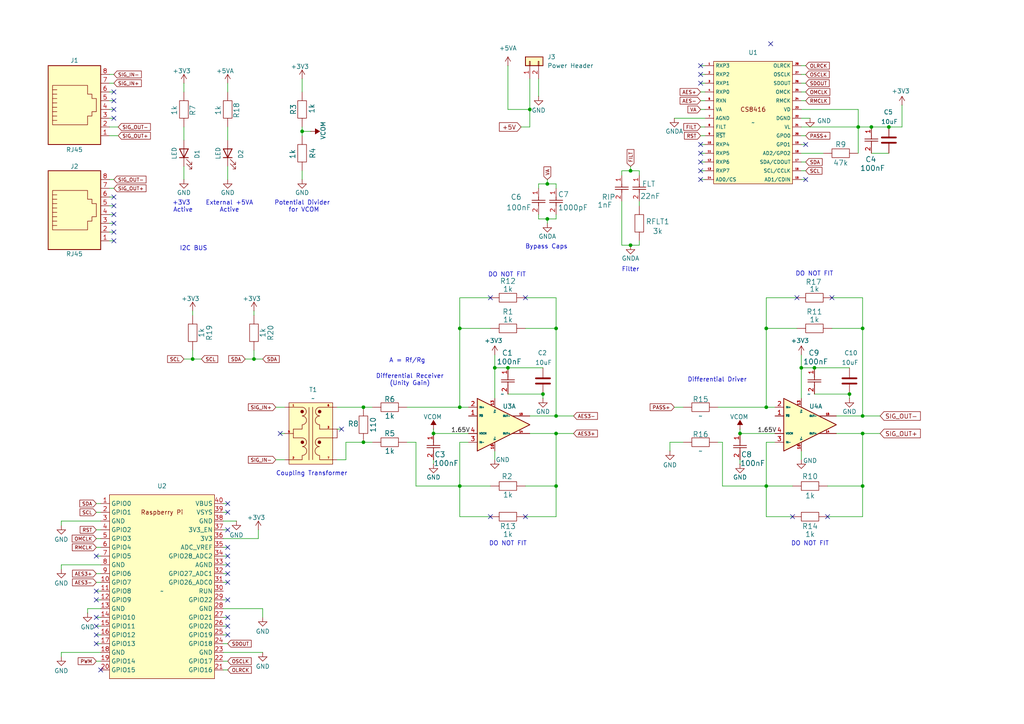
<source format=kicad_sch>
(kicad_sch (version 20231120) (generator "eeschema") (generator_version "8.0")
  (paper "A4")
  (junction (at 250.19 120.65))
  (junction (at 105.41 128.27))
  (junction (at 248.92 36.83))
  (junction (at 222.25 118.11))
  (junction (at 246.38 114.3))
  (junction (at 147.32 106.68))
  (junction (at 250.19 125.73))
  (junction (at 236.22 106.68))
  (junction (at 158.75 63.5))
  (junction (at 161.29 140.97))
  (junction (at 158.75 53.34))
  (junction (at 133.35 95.25))
  (junction (at 250.19 95.25))
  (junction (at 133.35 118.11))
  (junction (at 157.48 114.3))
  (junction (at 250.19 140.97))
  (junction (at 161.29 125.73))
  (junction (at 87.63 38.1))
  (junction (at 232.41 106.68))
  (junction (at 161.29 120.65))
  (junction (at 55.88 104.14))
  (junction (at 182.88 49.53))
  (junction (at 222.25 95.25))
  (junction (at 133.35 140.97))
  (junction (at 214.63 125.73))
  (junction (at 73.66 104.14))
  (junction (at 182.88 71.12))
  (junction (at 153.67 31.75))
  (junction (at 143.51 106.68))
  (junction (at 252.73 36.83))
  (junction (at 222.25 140.97))
  (junction (at 125.73 125.73))
  (junction (at 257.81 36.83))
  (junction (at 105.41 118.11))
  (junction (at 161.29 95.25))
  (no_connect (at 203.2 44.45))
  (no_connect (at 142.24 149.86))
  (no_connect (at 152.4 149.86))
  (no_connect (at 152.4 86.36))
  (no_connect (at 66.04 146.05))
  (no_connect (at 142.24 86.36))
  (no_connect (at 203.2 21.59))
  (no_connect (at 66.04 173.99))
  (no_connect (at 27.94 171.45))
  (no_connect (at 203.2 49.53))
  (no_connect (at 33.02 59.69))
  (no_connect (at 33.02 26.67))
  (no_connect (at 66.04 184.15))
  (no_connect (at 203.2 52.07))
  (no_connect (at 66.04 168.91))
  (no_connect (at 66.04 179.07))
  (no_connect (at 33.02 62.23))
  (no_connect (at 240.03 149.86))
  (no_connect (at 33.02 69.85))
  (no_connect (at 27.94 173.99))
  (no_connect (at 203.2 46.99))
  (no_connect (at 27.94 186.69))
  (no_connect (at 33.02 64.77))
  (no_connect (at 66.04 166.37))
  (no_connect (at 203.2 41.91))
  (no_connect (at 203.2 19.05))
  (no_connect (at 223.52 12.7))
  (no_connect (at 33.02 31.75))
  (no_connect (at 233.68 41.91))
  (no_connect (at 27.94 184.15))
  (no_connect (at 27.94 181.61))
  (no_connect (at 229.87 149.86))
  (no_connect (at 29.21 194.31))
  (no_connect (at 33.02 34.29))
  (no_connect (at 27.94 179.07))
  (no_connect (at 33.02 29.21))
  (no_connect (at 233.68 52.07))
  (no_connect (at 66.04 158.75))
  (no_connect (at 66.04 161.29))
  (no_connect (at 66.04 148.59))
  (no_connect (at 81.28 125.73))
  (no_connect (at 27.94 161.29))
  (no_connect (at 231.14 86.36))
  (no_connect (at 66.04 181.61))
  (no_connect (at 66.04 153.67))
  (no_connect (at 241.3 86.36))
  (no_connect (at 33.02 57.15))
  (no_connect (at 66.04 163.83))
  (no_connect (at 99.06 124.46))
  (no_connect (at 203.2 24.13))
  (no_connect (at 33.02 67.31))
  (wire (pts (xy 233.68 39.37) (xy 232.41 39.37)))
  (wire (pts (xy 209.55 128.27) (xy 209.55 140.97)))
  (wire (pts (xy 203.2 36.83) (xy 204.47 36.83)))
  (wire (pts (xy 105.41 128.27) (xy 107.95 128.27)))
  (wire (pts (xy 250.19 125.73) (xy 255.27 125.73)))
  (wire (pts (xy 17.78 190.5) (xy 17.78 189.23)))
  (wire (pts (xy 143.51 106.68) (xy 147.32 106.68)))
  (wire (pts (xy 31.75 39.37) (xy 34.29 39.37)))
  (wire (pts (xy 232.41 29.21) (xy 233.68 29.21)))
  (wire (pts (xy 73.66 104.14) (xy 76.2 104.14)))
  (wire (pts (xy 97.79 118.11) (xy 105.41 118.11)))
  (wire (pts (xy 203.2 46.99) (xy 204.47 46.99)))
  (wire (pts (xy 152.4 140.97) (xy 161.29 140.97)))
  (wire (pts (xy 214.63 125.73) (xy 224.79 125.73)))
  (wire (pts (xy 161.29 140.97) (xy 161.29 125.73)))
  (wire (pts (xy 133.35 140.97) (xy 142.24 140.97)))
  (wire (pts (xy 66.04 181.61) (xy 64.77 181.61)))
  (wire (pts (xy 66.04 184.15) (xy 64.77 184.15)))
  (wire (pts (xy 248.92 36.83) (xy 252.73 36.83)))
  (wire (pts (xy 161.29 54.61) (xy 161.29 53.34)))
  (wire (pts (xy 233.68 19.05) (xy 232.41 19.05)))
  (wire (pts (xy 31.75 67.31) (xy 33.02 67.31)))
  (wire (pts (xy 33.02 21.59) (xy 31.75 21.59)))
  (wire (pts (xy 64.77 156.21) (xy 74.93 156.21)))
  (wire (pts (xy 238.76 44.45) (xy 232.41 44.45)))
  (wire (pts (xy 142.24 149.86) (xy 133.35 149.86)))
  (wire (pts (xy 147.32 114.3) (xy 157.48 114.3)))
  (wire (pts (xy 224.79 128.27) (xy 222.25 128.27)))
  (wire (pts (xy 99.06 124.46) (xy 97.79 124.46)))
  (wire (pts (xy 161.29 53.34) (xy 158.75 53.34)))
  (wire (pts (xy 153.67 36.83) (xy 153.67 31.75)))
  (wire (pts (xy 66.04 148.59) (xy 64.77 148.59)))
  (wire (pts (xy 100.33 128.27) (xy 105.41 128.27)))
  (wire (pts (xy 143.51 130.81) (xy 143.51 133.35)))
  (wire (pts (xy 233.68 21.59) (xy 232.41 21.59)))
  (wire (pts (xy 143.51 115.57) (xy 143.51 106.68)))
  (wire (pts (xy 185.42 59.69) (xy 185.42 58.42)))
  (wire (pts (xy 133.35 128.27) (xy 133.35 140.97)))
  (wire (pts (xy 203.2 44.45) (xy 204.47 44.45)))
  (wire (pts (xy 27.94 156.21) (xy 29.21 156.21)))
  (wire (pts (xy 27.94 191.77) (xy 29.21 191.77)))
  (wire (pts (xy 158.75 63.5) (xy 156.21 63.5)))
  (wire (pts (xy 33.02 52.07) (xy 31.75 52.07)))
  (wire (pts (xy 53.34 104.14) (xy 55.88 104.14)))
  (wire (pts (xy 222.25 149.86) (xy 222.25 140.97)))
  (wire (pts (xy 180.34 58.42) (xy 180.34 71.12)))
  (wire (pts (xy 233.68 41.91) (xy 232.41 41.91)))
  (wire (pts (xy 161.29 63.5) (xy 158.75 63.5)))
  (wire (pts (xy 33.02 31.75) (xy 31.75 31.75)))
  (wire (pts (xy 53.34 24.13) (xy 53.34 26.67)))
  (wire (pts (xy 125.73 125.73) (xy 135.89 125.73)))
  (wire (pts (xy 73.66 90.17) (xy 73.66 91.44)))
  (wire (pts (xy 153.67 125.73) (xy 161.29 125.73)))
  (wire (pts (xy 222.25 95.25) (xy 231.14 95.25)))
  (wire (pts (xy 31.75 24.13) (xy 33.02 24.13)))
  (wire (pts (xy 208.28 118.11) (xy 222.25 118.11)))
  (wire (pts (xy 33.02 57.15) (xy 31.75 57.15)))
  (wire (pts (xy 232.41 26.67) (xy 233.68 26.67)))
  (wire (pts (xy 153.67 120.65) (xy 161.29 120.65)))
  (wire (pts (xy 241.3 86.36) (xy 250.19 86.36)))
  (wire (pts (xy 242.57 120.65) (xy 250.19 120.65)))
  (wire (pts (xy 53.34 36.83) (xy 53.34 40.64)))
  (wire (pts (xy 27.94 148.59) (xy 29.21 148.59)))
  (wire (pts (xy 161.29 125.73) (xy 166.37 125.73)))
  (wire (pts (xy 66.04 191.77) (xy 64.77 191.77)))
  (wire (pts (xy 33.02 59.69) (xy 31.75 59.69)))
  (wire (pts (xy 27.94 181.61) (xy 29.21 181.61)))
  (wire (pts (xy 66.04 173.99) (xy 64.77 173.99)))
  (wire (pts (xy 156.21 62.23) (xy 156.21 63.5)))
  (wire (pts (xy 125.73 124.46) (xy 125.73 125.73)))
  (wire (pts (xy 87.63 38.1) (xy 90.17 38.1)))
  (wire (pts (xy 236.22 114.3) (xy 246.38 114.3)))
  (wire (pts (xy 33.02 54.61) (xy 31.75 54.61)))
  (wire (pts (xy 66.04 179.07) (xy 64.77 179.07)))
  (wire (pts (xy 27.94 166.37) (xy 29.21 166.37)))
  (wire (pts (xy 252.73 36.83) (xy 257.81 36.83)))
  (wire (pts (xy 27.94 153.67) (xy 29.21 153.67)))
  (wire (pts (xy 203.2 31.75) (xy 204.47 31.75)))
  (wire (pts (xy 250.19 149.86) (xy 250.19 140.97)))
  (wire (pts (xy 73.66 104.14) (xy 71.12 104.14)))
  (wire (pts (xy 33.02 26.67) (xy 31.75 26.67)))
  (wire (pts (xy 185.42 69.85) (xy 185.42 71.12)))
  (wire (pts (xy 161.29 149.86) (xy 161.29 140.97)))
  (wire (pts (xy 133.35 95.25) (xy 142.24 95.25)))
  (wire (pts (xy 194.31 128.27) (xy 194.31 130.81)))
  (wire (pts (xy 250.19 86.36) (xy 250.19 95.25)))
  (wire (pts (xy 203.2 41.91) (xy 204.47 41.91)))
  (wire (pts (xy 55.88 91.44) (xy 55.88 90.17)))
  (wire (pts (xy 233.68 46.99) (xy 232.41 46.99)))
  (wire (pts (xy 209.55 140.97) (xy 222.25 140.97)))
  (wire (pts (xy 33.02 64.77) (xy 31.75 64.77)))
  (wire (pts (xy 180.34 49.53) (xy 180.34 50.8)))
  (wire (pts (xy 152.4 86.36) (xy 161.29 86.36)))
  (wire (pts (xy 143.51 102.87) (xy 143.51 106.68)))
  (wire (pts (xy 158.75 53.34) (xy 156.21 53.34)))
  (wire (pts (xy 29.21 163.83) (xy 17.78 163.83)))
  (wire (pts (xy 17.78 163.83) (xy 17.78 165.1)))
  (wire (pts (xy 55.88 104.14) (xy 58.42 104.14)))
  (wire (pts (xy 157.48 114.3) (xy 157.48 115.57)))
  (wire (pts (xy 27.94 161.29) (xy 29.21 161.29)))
  (wire (pts (xy 31.75 36.83) (xy 34.29 36.83)))
  (wire (pts (xy 100.33 133.35) (xy 100.33 128.27)))
  (wire (pts (xy 27.94 168.91) (xy 29.21 168.91)))
  (wire (pts (xy 156.21 22.86) (xy 156.21 27.94)))
  (wire (pts (xy 232.41 115.57) (xy 232.41 106.68)))
  (wire (pts (xy 53.34 52.07) (xy 53.34 48.26)))
  (wire (pts (xy 214.63 124.46) (xy 214.63 125.73)))
  (wire (pts (xy 66.04 24.13) (xy 66.04 26.67)))
  (wire (pts (xy 161.29 120.65) (xy 166.37 120.65)))
  (wire (pts (xy 246.38 114.3) (xy 246.38 115.57)))
  (wire (pts (xy 125.73 133.35) (xy 125.73 134.62)))
  (wire (pts (xy 153.67 31.75) (xy 153.67 22.86)))
  (wire (pts (xy 231.14 86.36) (xy 222.25 86.36)))
  (wire (pts (xy 66.04 161.29) (xy 64.77 161.29)))
  (wire (pts (xy 161.29 62.23) (xy 161.29 63.5)))
  (wire (pts (xy 185.42 50.8) (xy 185.42 49.53)))
  (wire (pts (xy 135.89 128.27) (xy 133.35 128.27)))
  (wire (pts (xy 17.78 151.13) (xy 29.21 151.13)))
  (wire (pts (xy 195.58 118.11) (xy 198.12 118.11)))
  (wire (pts (xy 214.63 133.35) (xy 214.63 134.62)))
  (wire (pts (xy 161.29 95.25) (xy 161.29 120.65)))
  (wire (pts (xy 73.66 101.6) (xy 73.66 104.14)))
  (wire (pts (xy 80.01 118.11) (xy 82.55 118.11)))
  (wire (pts (xy 252.73 44.45) (xy 257.81 44.45)))
  (wire (pts (xy 27.94 158.75) (xy 29.21 158.75)))
  (wire (pts (xy 240.03 149.86) (xy 250.19 149.86)))
  (wire (pts (xy 33.02 29.21) (xy 31.75 29.21)))
  (wire (pts (xy 66.04 36.83) (xy 66.04 40.64)))
  (wire (pts (xy 33.02 62.23) (xy 31.75 62.23)))
  (wire (pts (xy 240.03 140.97) (xy 250.19 140.97)))
  (wire (pts (xy 147.32 31.75) (xy 147.32 19.05)))
  (wire (pts (xy 66.04 166.37) (xy 64.77 166.37)))
  (wire (pts (xy 222.25 118.11) (xy 222.25 95.25)))
  (wire (pts (xy 147.32 106.68) (xy 157.48 106.68)))
  (wire (pts (xy 208.28 128.27) (xy 209.55 128.27)))
  (wire (pts (xy 120.65 140.97) (xy 133.35 140.97)))
  (wire (pts (xy 232.41 106.68) (xy 236.22 106.68)))
  (wire (pts (xy 66.04 163.83) (xy 64.77 163.83)))
  (wire (pts (xy 64.77 189.23) (xy 76.2 189.23)))
  (wire (pts (xy 250.19 140.97) (xy 250.19 125.73)))
  (wire (pts (xy 257.81 36.83) (xy 261.62 36.83)))
  (wire (pts (xy 232.41 34.29) (xy 234.95 34.29)))
  (wire (pts (xy 248.92 36.83) (xy 248.92 44.45)))
  (wire (pts (xy 81.28 125.73) (xy 82.55 125.73)))
  (wire (pts (xy 27.94 184.15) (xy 29.21 184.15)))
  (wire (pts (xy 203.2 24.13) (xy 204.47 24.13)))
  (wire (pts (xy 66.04 186.69) (xy 64.77 186.69)))
  (wire (pts (xy 232.41 36.83) (xy 248.92 36.83)))
  (wire (pts (xy 194.31 128.27) (xy 198.12 128.27)))
  (wire (pts (xy 180.34 49.53) (xy 182.88 49.53)))
  (wire (pts (xy 158.75 63.5) (xy 158.75 64.77)))
  (wire (pts (xy 161.29 86.36) (xy 161.29 95.25)))
  (wire (pts (xy 203.2 19.05) (xy 204.47 19.05)))
  (wire (pts (xy 76.2 176.53) (xy 76.2 179.07)))
  (wire (pts (xy 25.4 176.53) (xy 25.4 177.8)))
  (wire (pts (xy 27.94 146.05) (xy 29.21 146.05)))
  (wire (pts (xy 55.88 101.6) (xy 55.88 104.14)))
  (wire (pts (xy 203.2 26.67) (xy 204.47 26.67)))
  (wire (pts (xy 236.22 106.68) (xy 246.38 106.68)))
  (wire (pts (xy 224.79 118.11) (xy 222.25 118.11)))
  (wire (pts (xy 31.75 69.85) (xy 33.02 69.85)))
  (wire (pts (xy 182.88 48.26) (xy 182.88 49.53)))
  (wire (pts (xy 153.67 31.75) (xy 147.32 31.75)))
  (wire (pts (xy 135.89 118.11) (xy 133.35 118.11)))
  (wire (pts (xy 118.11 118.11) (xy 133.35 118.11)))
  (wire (pts (xy 29.21 176.53) (xy 25.4 176.53)))
  (wire (pts (xy 68.58 151.13) (xy 64.77 151.13)))
  (wire (pts (xy 27.94 186.69) (xy 29.21 186.69)))
  (wire (pts (xy 250.19 120.65) (xy 255.27 120.65)))
  (wire (pts (xy 120.65 128.27) (xy 120.65 140.97)))
  (wire (pts (xy 222.25 140.97) (xy 229.87 140.97)))
  (wire (pts (xy 66.04 52.07) (xy 66.04 48.26)))
  (wire (pts (xy 229.87 149.86) (xy 222.25 149.86)))
  (wire (pts (xy 233.68 52.07) (xy 232.41 52.07)))
  (wire (pts (xy 17.78 152.4) (xy 17.78 151.13)))
  (wire (pts (xy 66.04 158.75) (xy 64.77 158.75)))
  (wire (pts (xy 17.78 189.23) (xy 29.21 189.23)))
  (wire (pts (xy 158.75 52.07) (xy 158.75 53.34)))
  (wire (pts (xy 152.4 149.86) (xy 161.29 149.86)))
  (wire (pts (xy 66.04 146.05) (xy 64.77 146.05)))
  (wire (pts (xy 203.2 29.21) (xy 204.47 29.21)))
  (wire (pts (xy 222.25 128.27) (xy 222.25 140.97)))
  (wire (pts (xy 232.41 31.75) (xy 248.92 31.75)))
  (wire (pts (xy 180.34 71.12) (xy 182.88 71.12)))
  (wire (pts (xy 195.58 34.29) (xy 204.47 34.29)))
  (wire (pts (xy 233.68 49.53) (xy 232.41 49.53)))
  (wire (pts (xy 64.77 176.53) (xy 76.2 176.53)))
  (wire (pts (xy 87.63 38.1) (xy 87.63 39.37)))
  (wire (pts (xy 66.04 194.31) (xy 64.77 194.31)))
  (wire (pts (xy 242.57 125.73) (xy 250.19 125.73)))
  (wire (pts (xy 27.94 171.45) (xy 29.21 171.45)))
  (wire (pts (xy 133.35 86.36) (xy 133.35 95.25)))
  (wire (pts (xy 203.2 49.53) (xy 204.47 49.53)))
  (wire (pts (xy 87.63 49.53) (xy 87.63 52.07)))
  (wire (pts (xy 133.35 118.11) (xy 133.35 95.25)))
  (wire (pts (xy 203.2 39.37) (xy 204.47 39.37)))
  (wire (pts (xy 80.01 133.35) (xy 82.55 133.35)))
  (wire (pts (xy 87.63 26.67) (xy 87.63 22.86)))
  (wire (pts (xy 66.04 153.67) (xy 64.77 153.67)))
  (wire (pts (xy 74.93 156.21) (xy 74.93 153.67)))
  (wire (pts (xy 248.92 31.75) (xy 248.92 36.83)))
  (wire (pts (xy 233.68 24.13) (xy 232.41 24.13)))
  (wire (pts (xy 222.25 86.36) (xy 222.25 95.25)))
  (wire (pts (xy 105.41 118.11) (xy 107.95 118.11)))
  (wire (pts (xy 241.3 95.25) (xy 250.19 95.25)))
  (wire (pts (xy 203.2 21.59) (xy 204.47 21.59)))
  (wire (pts (xy 33.02 34.29) (xy 31.75 34.29)))
  (wire (pts (xy 232.41 102.87) (xy 232.41 106.68)))
  (wire (pts (xy 232.41 130.81) (xy 232.41 133.35)))
  (wire (pts (xy 133.35 149.86) (xy 133.35 140.97)))
  (wire (pts (xy 156.21 53.34) (xy 156.21 54.61)))
  (wire (pts (xy 152.4 95.25) (xy 161.29 95.25)))
  (wire (pts (xy 261.62 30.48) (xy 261.62 36.83)))
  (wire (pts (xy 87.63 36.83) (xy 87.63 38.1)))
  (wire (pts (xy 27.94 173.99) (xy 29.21 173.99)))
  (wire (pts (xy 142.24 86.36) (xy 133.35 86.36)))
  (wire (pts (xy 97.79 133.35) (xy 100.33 133.35)))
  (wire (pts (xy 250.19 95.25) (xy 250.19 120.65)))
  (wire (pts (xy 151.13 36.83) (xy 153.67 36.83)))
  (wire (pts (xy 182.88 49.53) (xy 185.42 49.53)))
  (wire (pts (xy 118.11 128.27) (xy 120.65 128.27)))
  (wire (pts (xy 185.42 71.12) (xy 182.88 71.12)))
  (wire (pts (xy 27.94 179.07) (xy 29.21 179.07)))
  (wire (pts (xy 203.2 52.07) (xy 204.47 52.07)))
  (wire (pts (xy 66.04 168.91) (xy 64.77 168.91)))
  (text "Differential Driver" (at 208.026 110.236 0) (effects (font (size 1.27 1.27))))
  (text "Differential Receiver\n(Unity Gain)" (at 118.872 110.236 0) (effects (font (size 1.27 1.27))))
  (text "Coupling Transformer" (at 90.424 137.414 0) (effects (font (size 1.27 1.27))))
  (text "Potential Divider \nfor VCOM\n" (at 88.138 59.944 0) (effects (font (size 1.27 1.27))))
  (text "DO NOT FIT\n" (at 147.32 157.734 0) (effects (font (size 1.27 1.27))))
  (text "DO NOT FIT\n" (at 236.22 79.502 0) (effects (font (size 1.27 1.27))))
  (text "DO NOT FIT\n" (at 147.066 79.756 0) (effects (font (size 1.27 1.27))))
  (text "External +5VA\nActive\n" (at 66.548 59.944 0) (effects (font (size 1.27 1.27))))
  (text "DO NOT FIT\n" (at 234.95 157.734 0) (effects (font (size 1.27 1.27))))
  (text "Filter\n" (at 182.88 78.232 0) (effects (font (size 1.27 1.27))))
  (text "A = Rf/Rg\n" (at 118.11 104.648 0) (effects (font (size 1.27 1.27))))
  (text "I2C BUS\n" (at 56.134 72.136 0) (effects (font (size 1.27 1.27))))
  (text "Bypass Caps" (at 158.496 71.628 0) (effects (font (size 1.27 1.27))))
  (text "+3V3 \nActive\n" (at 53.086 59.944 0) (effects (font (size 1.27 1.27))))
  (label "1.65V" (at 130.81 125.73 0))
  (label "1.65V" (at 219.71 125.73 0))
  (global_label "SCL" (shape input) (at 58.42 104.14 0) (effects (font (size 1.016 1.016))) (property "Intersheetrefs" "${INTERSHEET_REFS}" (effects (hide yes))))
  (global_label "AES3-" (shape input) (at 166.37 120.65 0) (effects (font (size 1.016 1.016))) (property "Intersheetrefs" "${INTERSHEET_REFS}" (effects (hide yes))))
  (global_label "PWM" (shape input) (at 27.94 191.77 180) (effects (font (size 1.016 1.016))) (property "Intersheetrefs" "${INTERSHEET_REFS}" (effects (hide yes))))
  (global_label "OMCLK" (shape input) (at 27.94 156.21 180) (effects (font (size 1.016 1.016))) (property "Intersheetrefs" "${INTERSHEET_REFS}" (effects (hide yes))))
  (global_label "RST" (shape input) (at 27.94 153.67 180) (effects (font (size 1.016 1.016))) (property "Intersheetrefs" "${INTERSHEET_REFS}" (effects (hide yes))))
  (global_label "SIG_OUT-" (shape input) (at 34.29 36.83 0) (effects (font (size 1.016 1.016))) (property "Intersheetrefs" "${INTERSHEET_REFS}" (effects (hide yes))))
  (global_label "RST" (shape input) (at 203.2 39.37 180) (effects (font (size 1.016 1.016))) (property "Intersheetrefs" "${INTERSHEET_REFS}" (effects (hide yes))))
  (global_label "SIG_IN+" (shape input) (at 80.01 118.11 180) (effects (font (size 1.016 1.016))) (property "Intersheetrefs" "${INTERSHEET_REFS}" (effects (hide yes))))
  (global_label "OMCLK" (shape input) (at 233.68 26.67 0) (effects (font (size 1.016 1.016))) (property "Intersheetrefs" "${INTERSHEET_REFS}" (effects (hide yes))))
  (global_label "AES3+" (shape input) (at 166.37 125.73 0) (effects (font (size 1.016 1.016))) (property "Intersheetrefs" "${INTERSHEET_REFS}" (effects (hide yes))))
  (global_label "SDA" (shape input) (at 71.12 104.14 180) (effects (font (size 1.016 1.016))) (property "Intersheetrefs" "${INTERSHEET_REFS}" (effects (hide yes))))
  (global_label "SDOUT" (shape input) (at 66.04 186.69 0) (effects (font (size 1.016 1.016))) (property "Intersheetrefs" "${INTERSHEET_REFS}" (effects (hide yes))))
  (global_label "AES3-" (shape input) (at 27.94 168.91 180) (effects (font (size 1.016 1.016))) (property "Intersheetrefs" "${INTERSHEET_REFS}" (effects (hide yes))))
  (global_label "SIG_IN+" (shape input) (at 33.02 24.13 0) (effects (font (size 1.016 1.016))) (property "Intersheetrefs" "${INTERSHEET_REFS}" (effects (hide yes))))
  (global_label "AES3+" (shape input) (at 27.94 166.37 180) (effects (font (size 1.016 1.016))) (property "Intersheetrefs" "${INTERSHEET_REFS}" (effects (hide yes))))
  (global_label "AES+" (shape input) (at 203.2 26.67 180) (effects (font (size 1.016 1.016))) (property "Intersheetrefs" "${INTERSHEET_REFS}" (effects (hide yes))))
  (global_label "SDA" (shape input) (at 27.94 146.05 180) (effects (font (size 1.016 1.016))) (property "Intersheetrefs" "${INTERSHEET_REFS}" (effects (hide yes))))
  (global_label "SIG_OUT+" (shape input) (at 33.02 54.61 0) (effects (font (size 1.016 1.016))) (property "Intersheetrefs" "${INTERSHEET_REFS}" (effects (hide yes))))
  (global_label "FILT" (shape input) (at 203.2 36.83 180) (effects (font (size 1.016 1.016))) (property "Intersheetrefs" "${INTERSHEET_REFS}" (effects (hide yes))))
  (global_label "PASS+" (shape input) (at 195.58 118.11 180) (effects (font (size 1.016 1.016))) (property "Intersheetrefs" "${INTERSHEET_REFS}" (effects (hide yes))))
  (global_label "SCL" (shape input) (at 53.34 104.14 180) (effects (font (size 1.016 1.016))) (property "Intersheetrefs" "${INTERSHEET_REFS}" (effects (hide yes))))
  (global_label "SDOUT" (shape input) (at 233.68 24.13 0) (effects (font (size 1.016 1.016))) (property "Intersheetrefs" "${INTERSHEET_REFS}" (effects (hide yes))))
  (global_label "SIG_IN-" (shape input) (at 80.01 133.35 180) (effects (font (size 1.016 1.016))) (property "Intersheetrefs" "${INTERSHEET_REFS}" (effects (hide yes))))
  (global_label "PASS+" (shape input) (at 233.68 39.37 0) (effects (font (size 1.016 1.016))) (property "Intersheetrefs" "${INTERSHEET_REFS}" (effects (hide yes))))
  (global_label "SIG_OUT+" (shape input) (at 34.29 39.37 0) (effects (font (size 1.016 1.016))) (property "Intersheetrefs" "${INTERSHEET_REFS}" (effects (hide yes))))
  (global_label "OSCLK" (shape input) (at 66.04 191.77 0) (effects (font (size 1.016 1.016))) (property "Intersheetrefs" "${INTERSHEET_REFS}" (effects (hide yes))))
  (global_label "OLRCK" (shape input) (at 66.04 194.31 0) (effects (font (size 1.016 1.016))) (property "Intersheetrefs" "${INTERSHEET_REFS}" (effects (hide yes))))
  (global_label "OLRCK" (shape input) (at 233.68 19.05 0) (effects (font (size 1.016 1.016))) (property "Intersheetrefs" "${INTERSHEET_REFS}" (effects (hide yes))))
  (global_label "SCL" (shape input) (at 27.94 148.59 180) (effects (font (size 1.016 1.016))) (property "Intersheetrefs" "${INTERSHEET_REFS}" (effects (hide yes))))
  (global_label "FILT" (shape input) (at 182.88 48.26 90) (effects (font (size 1.016 1.016))) (property "Intersheetrefs" "${INTERSHEET_REFS}" (effects (hide yes))))
  (global_label "SIG_IN-" (shape input) (at 33.02 21.59 0) (effects (font (size 1.016 1.016))) (property "Intersheetrefs" "${INTERSHEET_REFS}" (effects (hide yes))))
  (global_label "VA" (shape input) (at 158.75 52.07 90) (effects (font (size 1.016 1.016))) (property "Intersheetrefs" "${INTERSHEET_REFS}" (effects (hide yes))))
  (global_label "+5V" (shape input) (at 151.13 36.83 180) (property "Intersheetrefs" "${INTERSHEET_REFS}" (effects (hide yes))))
  (global_label "SIG_OUT-" (shape input) (at 33.02 52.07 0) (effects (font (size 1.016 1.016))) (property "Intersheetrefs" "${INTERSHEET_REFS}" (effects (hide yes))))
  (global_label "VA" (shape input) (at 203.2 31.75 180) (effects (font (size 1.016 1.016))) (property "Intersheetrefs" "${INTERSHEET_REFS}" (effects (hide yes))))
  (global_label "OSCLK" (shape input) (at 233.68 21.59 0) (effects (font (size 1.016 1.016))) (property "Intersheetrefs" "${INTERSHEET_REFS}" (effects (hide yes))))
  (global_label "SDA" (shape input) (at 76.2 104.14 0) (effects (font (size 1.016 1.016))) (property "Intersheetrefs" "${INTERSHEET_REFS}" (effects (hide yes))))
  (global_label "SCL" (shape input) (at 233.68 49.53 0) (effects (font (size 1.016 1.016))) (property "Intersheetrefs" "${INTERSHEET_REFS}" (effects (hide yes))))
  (global_label "AES-" (shape input) (at 203.2 29.21 180) (effects (font (size 1.016 1.016))) (property "Intersheetrefs" "${INTERSHEET_REFS}" (effects (hide yes))))
  (global_label "SIG_OUT+" (shape input) (at 255.27 125.73 0) (property "Intersheetrefs" "${INTERSHEET_REFS}" (effects (hide yes))))
  (global_label "RMCLK" (shape input) (at 233.68 29.21 0) (effects (font (size 1.016 1.016))) (property "Intersheetrefs" "${INTERSHEET_REFS}" (effects (hide yes))))
  (global_label "SIG_OUT-" (shape input) (at 255.27 120.65 0) (property "Intersheetrefs" "${INTERSHEET_REFS}" (effects (hide yes))))
  (global_label "SDA" (shape input) (at 233.68 46.99 0) (effects (font (size 1.016 1.016))) (property "Intersheetrefs" "${INTERSHEET_REFS}" (effects (hide yes))))
  (global_label "RMCLK" (shape input) (at 27.94 158.75 180) (effects (font (size 1.016 1.016))) (property "Intersheetrefs" "${INTERSHEET_REFS}" (effects (hide yes))))
  (symbol (lib_id "power:GND") (at 76.2 179.07 0) (unit 1)
    (property "Reference" "#PWR014" (effects (hide yes)))
    (property "Value" "GND" (at 76.2 183.134 0))
    (property "Description" "Power symbol creates a global label with name \"GND\" , ground" (effects (hide yes)))
  )
  (symbol (lib_name "491_Symbols:RES_1k_805_PAN") (lib_id "491_Symbols:RES_1k_805_PAN") (at 73.66 91.44 270) (unit 1)
    (property "Reference" "R20" (at 78.486 96.52 0) (effects (font (size 1.524 1.524))))
    (property "Value" "1k" (at 76.2 96.52 0) (effects (font (size 1.524 1.524))))
    (property "Footprint" "491_Footprints:RES_1k_805_PAN" (effects (hide yes)))
    (property "Datasheet" "ERJ-2RKF1001X" (effects (hide yes)))
  )
  (symbol (lib_id "power:GND") (at 66.04 52.07 0) (unit 1)
    (property "Reference" "#PWR023" (effects (hide yes)))
    (property "Value" "GND" (at 66.04 55.88 0))
    (property "Description" "Power symbol creates a global label with name \"GND\" , ground" (effects (hide yes)))
  )
  (symbol (lib_id "power:+3V3") (at 53.34 24.13 0) (unit 1)
    (property "Reference" "MCU_PWR03" (effects (hide yes)))
    (property "Value" "+3V3" (at 50.038 20.574 0) (effects (justify left)))
    (property "Description" "Power symbol creates a global label with name \"+3V3\"" (effects (hide yes)))
  )
  (symbol (lib_id "491_Symbols:RES_1k_805_PAN") (at 87.63 39.37 270) (unit 1)
    (property "Reference" "R4" (at 90.678 44.45 0) (effects (font (size 1.524 1.524))))
    (property "Value" "1k" (at 84.836 44.704 0) (effects (font (size 1.524 1.524))))
    (property "Footprint" "491_Footprints:RES_1k_805_PAN" (effects (hide yes)))
    (property "Datasheet" "ERJ-2RKF1001X" (effects (hide yes)))
  )
  (symbol (lib_id "491_Symbols:RES_1k_805_PAN") (at 53.34 26.67 270) (unit 1)
    (property "Reference" "R7" (at 55.88 32.004 0) (effects (font (size 1.524 1.524))))
    (property "Value" "1k" (at 50.546 32.004 0) (effects (font (size 1.524 1.524))))
    (property "Footprint" "491_Footprints:RES_1k_805_PAN" (effects (hide yes)))
    (property "Datasheet" "ERJ-2RKF1001X" (effects (hide yes)))
  )
  (symbol (lib_name "491_Symbols:RES_1k_805_PAN") (lib_id "491_Symbols:RES_1k_805_PAN") (at 198.12 118.11 0) (unit 1)
    (property "Reference" "R15" (at 203.2 115.824 0) (effects (font (size 1.524 1.524))))
    (property "Value" "~" (at 203.2 120.65 0) (effects (font (size 1.524 1.524))))
    (property "Footprint" "491_Footprints:RES_1k_805_PAN" (effects (hide yes)))
    (property "Datasheet" "ERJ-2RKF1001X" (effects (hide yes)))
  )
  (symbol (lib_name "491_Symbols:RES_1k_805_PAN") (lib_id "491_Symbols:RES_1k_805_PAN") (at 229.87 140.97 0) (unit 1)
    (property "Reference" "R10" (at 234.95 138.176 0) (effects (font (size 1.524 1.524))))
    (property "Value" "1k" (at 234.95 143.764 0) (effects (font (size 1.524 1.524))))
    (property "Footprint" "491_Footprints:RES_1k_805_PAN" (effects (hide yes)))
    (property "Datasheet" "ERJ-2RKF1001X" (effects (hide yes)))
  )
  (symbol (lib_id "491_Symbols:RES_1k_805_PAN") (at 142.24 149.86 0) (unit 1)
    (property "Reference" "R13" (at 147.32 152.654 0) (effects (font (size 1.524 1.524))))
    (property "Value" "1k" (at 147.32 154.94 0) (effects (font (size 1.524 1.524))))
    (property "Footprint" "491_Footprints:RES_1k_805_PAN" (effects (hide yes)))
    (property "Datasheet" "ERJ-2RKF1001X" (effects (hide yes)))
  )
  (symbol (lib_id "power:GND") (at 156.21 27.94 0) (unit 1)
    (property "Reference" "#PWR025" (effects (hide yes)))
    (property "Value" "GND" (at 156.21 32.004 0))
    (property "Description" "Power symbol creates a global label with name \"GND\" , ground" (effects (hide yes)))
  )
  (symbol (lib_name "491_Symbols:RES_1k_805_PAN") (lib_id "491_Symbols:RES_1k_805_PAN") (at 198.12 128.27 0) (unit 1)
    (property "Reference" "R16" (at 203.2 125.984 0) (effects (font (size 1.524 1.524))))
    (property "Value" "~" (at 203.2 130.81 0) (effects (font (size 1.524 1.524))))
    (property "Footprint" "491_Footprints:RES_1k_805_PAN" (effects (hide yes)))
    (property "Datasheet" "ERJ-2RKF1001X" (effects (hide yes)))
  )
  (symbol (lib_id "power:GND") (at 17.78 190.5 0) (unit 1)
    (property "Reference" "#PWR011" (effects (hide yes)))
    (property "Value" "GND" (at 17.78 194.564 0))
    (property "Description" "Power symbol creates a global label with name \"GND\" , ground" (effects (hide yes)))
  )
  (symbol (lib_id "491_Symbols:RES_1k_805_PAN") (at 142.24 95.25 0) (unit 1)
    (property "Reference" "R1" (at 147.32 90.424 0) (effects (font (size 1.524 1.524))))
    (property "Value" "1k" (at 147.32 92.71 0) (effects (font (size 1.524 1.524))))
    (property "Footprint" "491_Footprints:RES_1k_805_PAN" (effects (hide yes)))
    (property "Datasheet" "ERJ-2RKF1001X" (effects (hide yes)))
  )
  (symbol (lib_id "power:+3V3") (at 55.88 90.17 0) (unit 1)
    (property "Reference" "MCU_PWR07" (effects (hide yes)))
    (property "Value" "+3V3" (at 52.578 86.614 0) (effects (justify left)))
    (property "Description" "Power symbol creates a global label with name \"+3V3\"" (effects (hide yes)))
  )
  (symbol (lib_id "power:GND") (at 214.63 134.62 0) (unit 1)
    (property "Reference" "#PWR016" (effects (hide yes)))
    (property "Value" "GND" (at 214.63 138.43 0))
    (property "Description" "Power symbol creates a global label with name \"GND\" , ground" (effects (hide yes)))
  )
  (symbol (lib_id "power:GND") (at 17.78 152.4 0) (unit 1)
    (property "Reference" "#PWR09" (effects (hide yes)))
    (property "Value" "GND" (at 17.78 156.464 0))
    (property "Description" "Power symbol creates a global label with name \"GND\" , ground" (effects (hide yes)))
  )
  (symbol (lib_id "491_Symbols:CAP_CER_100nF_SAM") (at 161.29 54.61 270) (unit 1)
    (property "Reference" "C7" (at 161.798 56.388 90) (effects (font (size 1.524 1.524)) (justify left)))
    (property "Value" "1000pF" (at 161.798 60.198 90) (effects (font (size 1.524 1.524)) (justify left)))
    (property "Footprint" "491_Footprints:CAP_CER_100nF_SAM" (effects (hide yes)))
    (property "Datasheet" "CL05B104KP5NNNC" (effects (hide yes)))
  )
  (symbol (lib_id "491_Symbols:CAP_CER_100nF_SAM") (at 252.73 36.83 270) (unit 1)
    (property "Reference" "C4" (at 250.952 46.228 90) (effects (font (size 1.524 1.524)) (justify left)))
    (property "Value" "100nF" (at 249.428 48.768 90) (effects (font (size 1.524 1.524)) (justify left)))
    (property "Footprint" "491_Footprints:CAP_CER_100nF_SAM" (effects (hide yes)))
    (property "Datasheet" "CL05B104KP5NNNC" (effects (hide yes)))
  )
  (symbol (lib_id "491_Symbols:RES_1k_805_PAN") (at 231.14 95.25 0) (unit 1)
    (property "Reference" "R11" (at 236.22 90.424 0) (effects (font (size 1.524 1.524))))
    (property "Value" "1k" (at 236.22 92.71 0) (effects (font (size 1.524 1.524))))
    (property "Footprint" "491_Footprints:RES_1k_805_PAN" (effects (hide yes)))
    (property "Datasheet" "ERJ-2RKF1001X" (effects (hide yes)))
  )
  (symbol (lib_id "power:GND") (at 232.41 133.35 0) (unit 1)
    (property "Reference" "#PWR017" (effects (hide yes)))
    (property "Value" "GND" (at 234.95 133.604 0))
    (property "Description" "Power symbol creates a global label with name \"GND\" , ground" (effects (hide yes)))
  )
  (symbol (lib_id "491_Symbols:RES_1k_805_PAN") (at 66.04 26.67 270) (unit 1)
    (property "Reference" "R18" (at 68.58 32.004 0) (effects (font (size 1.524 1.524))))
    (property "Value" "1k" (at 63.246 32.004 0) (effects (font (size 1.524 1.524))))
    (property "Footprint" "491_Footprints:RES_1k_805_PAN" (effects (hide yes)))
    (property "Datasheet" "ERJ-2RKF1001X" (effects (hide yes)))
  )
  (symbol (lib_id "power:VCOM") (at 90.17 38.1 270) (unit 1)
    (property "Reference" "#PWR04" (effects (hide yes)))
    (property "Value" "VCOM" (at 93.726 37.846 0))
    (property "Description" "Power symbol creates a global label with name \"VCOM\"" (effects (hide yes)))
  )
  (symbol (lib_id "power:GND") (at 68.58 151.13 0) (unit 1)
    (property "Reference" "#PWR010" (effects (hide yes)))
    (property "Value" "GND" (at 68.58 155.194 0))
    (property "Description" "Power symbol creates a global label with name \"GND\" , ground" (effects (hide yes)))
  )
  (symbol (lib_id "491_Symbols:RES_1k_805_PAN") (at 107.95 128.27 0) (unit 1)
    (property "Reference" "R5" (at 113.03 125.73 0) (effects (font (size 1.524 1.524))))
    (property "Value" "1k" (at 113.03 130.81 0) (effects (font (size 1.524 1.524))))
    (property "Footprint" "491_Footprints:RES_1k_805_PAN" (effects (hide yes)))
    (property "Datasheet" "ERJ-2RKF1001X" (effects (hide yes)))
  )
  (symbol (lib_id "491_Symbols:RES_1k_805_PAN") (at 142.24 86.36 0) (unit 1)
    (property "Reference" "R12" (at 147.32 81.534 0) (effects (font (size 1.524 1.524))))
    (property "Value" "1k" (at 147.32 83.82 0) (effects (font (size 1.524 1.524))))
    (property "Footprint" "491_Footprints:RES_1k_805_PAN" (effects (hide yes)))
    (property "Datasheet" "ERJ-2RKF1001X" (effects (hide yes)))
  )
  (symbol (lib_id "power:GND") (at 125.73 134.62 0) (unit 1)
    (property "Reference" "#PWR06" (effects (hide yes)))
    (property "Value" "GND" (at 125.73 138.43 0))
    (property "Description" "Power symbol creates a global label with name \"GND\" , ground" (effects (hide yes)))
  )
  (symbol (lib_id "491_Symbols:THS4522") (at 143.51 123.19 0) (unit 1)
    (property "Reference" "U3" (at 145.796 117.856 0) (effects (justify left)))
    (property "Value" "~" (at 145.1802 114.3 0) (effects (justify left)))
    (property "Footprint" "Package_SO:TSSOP-16_4.4x5mm_P0.65mm" (effects (hide yes)))
  )
  (symbol (lib_id "power:+3V3") (at 74.93 153.67 0) (unit 1)
    (property "Reference" "MCU_PWR" (effects (hide yes)))
    (property "Value" "+3V3" (at 71.628 150.114 0) (effects (justify left)))
    (property "Description" "Power symbol creates a global label with name \"+3V3\"" (effects (hide yes)))
  )
  (symbol (lib_id "491_Symbols:CS8416") (at 218.44 35.56 0) (unit 1)
    (property "Reference" "U1" (at 218.44 15.24 0))
    (property "Value" "~" (at 218.44 35.56 0))
    (property "Footprint" "Package_SO:SOIC-28W_7.5x17.9mm_P1.27mm" (effects (hide yes)))
  )
  (symbol (lib_name "491_Symbols:RES_1k_805_PAN") (lib_id "491_Symbols:RES_1k_805_PAN") (at 87.63 26.67 270) (unit 1)
    (property "Reference" "R3" (at 85.09 31.75 0) (effects (font (size 1.524 1.524))))
    (property "Value" "1k" (at 90.424 31.496 0) (effects (font (size 1.524 1.524))))
    (property "Footprint" "491_Footprints:RES_1k_805_PAN" (effects (hide yes)))
    (property "Datasheet" "ERJ-2RKF1001X" (effects (hide yes)))
  )
  (symbol (lib_id "491_Symbols:Pico_W") (at 46.99 171.45 0) (unit 1)
    (property "Reference" "U2" (at 46.99 140.97 0))
    (property "Value" "~" (at 46.99 171.45 0))
    (property "Footprint" "491_Footprints:Pico W" (effects (hide yes)))
  )
  (symbol (lib_id "Connector:RJ45") (at 21.59 62.23 0) (unit 1)
    (property "Reference" "J2" (at 21.59 48.26 0))
    (property "Value" "RJ45" (at 21.59 73.66 0))
    (property "Description" "RJ connector, 8P8C (8 positions 8 connected)" (effects (hide yes)))
  )
  (symbol (lib_id "power:+3V3") (at 261.62 30.48 0) (unit 1)
    (property "Reference" "MCU_PWR04" (effects (hide yes)))
    (property "Value" "+3V3" (at 258.572 26.416 0) (effects (justify left)))
    (property "Description" "Power symbol creates a global label with name \"+3V3\"" (effects (hide yes)))
  )
  (symbol (lib_id "491_Symbols:CAP_CER_100nF_SAM") (at 156.21 54.61 270) (unit 1)
    (property "Reference" "C6" (at 148.082 57.15 90) (effects (font (size 1.524 1.524)) (justify left)))
    (property "Value" "100nF" (at 146.812 60.198 90) (effects (font (size 1.524 1.524)) (justify left)))
    (property "Footprint" "491_Footprints:CAP_CER_100nF_SAM" (effects (hide yes)))
    (property "Datasheet" "CL05B104KP5NNNC" (effects (hide yes)))
  )
  (symbol (lib_id "Device:C") (at 257.81 40.64 0) (unit 1)
    (property "Reference" "C5" (at 256.286 32.512 0) (effects (justify left)))
    (property "Value" "10uF" (at 255.524 35.306 0) (effects (justify left)))
    (property "Description" "Unpolarized capacitor" (effects (hide yes)))
  )
  (symbol (lib_id "power:GND") (at 87.63 52.07 0) (unit 1)
    (property "Reference" "#PWR05" (effects (hide yes)))
    (property "Value" "GND" (at 87.63 55.88 0))
    (property "Description" "Power symbol creates a global label with name \"GND\" , ground" (effects (hide yes)))
  )
  (symbol (lib_id "power:+3V3") (at 143.51 102.87 0) (unit 1)
    (property "Reference" "MCU_PWR01" (effects (hide yes)))
    (property "Value" "+3V3" (at 140.462 98.806 0) (effects (justify left)))
    (property "Description" "Power symbol creates a global label with name \"+3V3\"" (effects (hide yes)))
  )
  (symbol (lib_id "491_Symbols:CAP_CER_100nF_SAM") (at 180.34 50.8 270) (unit 1)
    (property "Reference" "RIP" (at 174.498 57.15 90) (effects (font (size 1.524 1.524)) (justify left)))
    (property "Value" "1nF" (at 173.228 59.436 90) (effects (font (size 1.524 1.524)) (justify left)))
    (property "Footprint" "491_Footprints:CAP_CER_100nF_SAM" (effects (hide yes)))
    (property "Datasheet" "CL05B104KP5NNNC" (effects (hide yes)))
  )
  (symbol (lib_id "power:GND") (at 246.38 115.57 0) (unit 1)
    (property "Reference" "#PWR018" (effects (hide yes)))
    (property "Value" "GND" (at 246.38 119.38 0))
    (property "Description" "Power symbol creates a global label with name \"GND\" , ground" (effects (hide yes)))
  )
  (symbol (lib_id "491_Symbols:RES_47k_805_PAN") (at 238.76 44.45 0) (unit 1)
    (property "Reference" "R9" (at 243.84 41.91 0) (effects (font (size 1.524 1.524))))
    (property "Value" "47k" (at 243.84 47.244 0) (effects (font (size 1.524 1.524))))
    (property "Footprint" "491_Footprints:RES_47k_805_PAN" (effects (hide yes)))
    (property "Datasheet" "ERJ-6ENF4702V" (effects (hide yes)))
  )
  (symbol (lib_id "power:GND") (at 17.78 165.1 0) (unit 1)
    (property "Reference" "#PWR013" (effects (hide yes)))
    (property "Value" "GND" (at 17.78 169.164 0))
    (property "Description" "Power symbol creates a global label with name \"GND\" , ground" (effects (hide yes)))
  )
  (symbol (lib_id "power:+3V3") (at 73.66 90.17 0) (unit 1)
    (property "Reference" "MCU_PWR05" (effects (hide yes)))
    (property "Value" "+3V3" (at 70.358 86.614 0) (effects (justify left)))
    (property "Description" "Power symbol creates a global label with name \"+3V3\"" (effects (hide yes)))
  )
  (symbol (lib_id "power:+3V3") (at 87.63 22.86 0) (unit 1)
    (property "Reference" "MCU_PWR02" (effects (hide yes)))
    (property "Value" "+3V3" (at 84.328 19.304 0) (effects (justify left)))
    (property "Description" "Power symbol creates a global label with name \"+3V3\"" (effects (hide yes)))
  )
  (symbol (lib_id "491_Symbols:RES_47k_805_PAN") (at 185.42 59.69 270) (unit 1)
    (property "Reference" "RFLT1" (at 190.754 64.262 90) (effects (font (size 1.524 1.524))))
    (property "Value" "3k" (at 190.754 67.056 90) (effects (font (size 1.524 1.524))))
    (property "Footprint" "491_Footprints:RES_47k_805_PAN" (effects (hide yes)))
    (property "Datasheet" "ERJ-6ENF4702V" (effects (hide yes)))
  )
  (symbol (lib_id "power:GND") (at 76.2 189.23 0) (unit 1)
    (property "Reference" "#PWR01" (effects (hide yes)))
    (property "Value" "GND" (at 76.2 193.294 0))
    (property "Description" "Power symbol creates a global label with name \"GND\" , ground" (effects (hide yes)))
  )
  (symbol (lib_id "power:GND") (at 143.51 133.35 0) (unit 1)
    (property "Reference" "#PWR03" (effects (hide yes)))
    (property "Value" "GND" (at 145.796 133.35 0))
    (property "Description" "Power symbol creates a global label with name \"GND\" , ground" (effects (hide yes)))
  )
  (symbol (lib_id "491_Symbols:RES_110_805_PAN") (at 105.41 128.27 90) (unit 1)
    (property "Reference" "R8" (at 100.838 122.936 90) (effects (font (size 1.524 1.524)) (justify right)))
    (property "Value" "110" (at 108.204 120.904 0) (effects (font (size 1.524 1.524)) (justify right)))
    (property "Footprint" "491_Footprints:RES_110_805_PAN" (effects (hide yes)))
    (property "Datasheet" "ERJ6BSFR11V" (effects (hide yes)))
  )
  (symbol (lib_id "power:VCOM") (at 125.73 124.46 0) (unit 1)
    (property "Reference" "#PWR07" (effects (hide yes)))
    (property "Value" "VCOM" (at 125.476 120.904 0))
    (property "Description" "Power symbol creates a global label with name \"VCOM\"" (effects (hide yes)))
  )
  (symbol (lib_id "power:VCOM") (at 214.63 124.46 0) (unit 1)
    (property "Reference" "#PWR015" (effects (hide yes)))
    (property "Value" "VCOM" (at 214.376 120.904 0))
    (property "Description" "Power symbol creates a global label with name \"VCOM\"" (effects (hide yes)))
  )
  (symbol (lib_id "power:+3V3") (at 232.41 102.87 0) (unit 1)
    (property "Reference" "MCU_PWR06" (effects (hide yes)))
    (property "Value" "+3V3" (at 229.362 98.806 0) (effects (justify left)))
    (property "Description" "Power symbol creates a global label with name \"+3V3\"" (effects (hide yes)))
  )
  (symbol (lib_id "Connector:RJ45") (at 21.59 31.75 0) (unit 1)
    (property "Reference" "J1" (at 21.59 17.526 0))
    (property "Value" "RJ45" (at 21.59 43.434 0))
    (property "Description" "RJ connector, 8P8C (8 positions 8 connected)" (effects (hide yes)))
  )
  (symbol (lib_id "491_Symbols:CAP_CER_100nF_SAM") (at 147.32 106.68 270) (unit 1)
    (property "Reference" "C1" (at 145.542 102.362 90) (effects (font (size 1.524 1.524)) (justify left)))
    (property "Value" "100nF" (at 144.018 104.902 90) (effects (font (size 1.524 1.524)) (justify left)))
    (property "Footprint" "491_Footprints:CAP_CER_100nF_SAM" (effects (hide yes)))
    (property "Datasheet" "CL05B104KP5NNNC" (effects (hide yes)))
  )
  (symbol (lib_id "Device:LED") (at 53.34 44.45 90) (unit 1)
    (property "Reference" "D1" (at 57.15 44.704 0))
    (property "Value" "LED" (at 50.546 44.45 0))
    (property "Description" "Light emitting diode" (effects (hide yes)))
  )
  (symbol (lib_id "491_Symbols:SM453230-181N7Y") (at 90.17 125.73 0) (unit 1)
    (property "Reference" "T1" (at 90.805 113.03 0))
    (property "Value" "~" (at 90.805 115.57 0))
    (property "Footprint" "491_Footprints:SM453230-181N7Y" (effects (hide yes)))
  )
  (symbol (lib_id "491_Symbols:RES_1k_805_PAN") (at 107.95 118.11 0) (unit 1)
    (property "Reference" "R6" (at 113.03 115.824 0) (effects (font (size 1.524 1.524))))
    (property "Value" "1k" (at 113.03 120.65 0) (effects (font (size 1.524 1.524))))
    (property "Footprint" "491_Footprints:RES_1k_805_PAN" (effects (hide yes)))
    (property "Datasheet" "ERJ-2RKF1001X" (effects (hide yes)))
  )
  (symbol (lib_id "power:GND") (at 25.4 177.8 0) (unit 1)
    (property "Reference" "#PWR012" (effects (hide yes)))
    (property "Value" "GND" (at 25.4 181.864 0))
    (property "Description" "Power symbol creates a global label with name \"GND\" , ground" (effects (hide yes)))
  )
  (symbol (lib_id "491_Symbols:CAP_CER_100nF_SAM") (at 214.63 125.73 270) (unit 1)
    (property "Reference" "C8" (at 214.884 131.826 90) (effects (font (size 1.524 1.524)) (justify left)))
    (property "Value" "100nF" (at 214.63 134.366 90) (effects (font (size 1.524 1.524)) (justify left)))
    (property "Footprint" "491_Footprints:CAP_CER_100nF_SAM" (effects (hide yes)))
    (property "Datasheet" "CL05B104KP5NNNC" (effects (hide yes)))
  )
  (symbol (lib_id "power:GNDA") (at 195.58 34.29 0) (unit 1)
    (property "Reference" "#PWR019" (effects (hide yes)))
    (property "Value" "GNDA" (at 195.58 38.1 0))
    (property "Description" "Power symbol creates a global label with name \"GNDA\" , analog ground" (effects (hide yes)))
  )
  (symbol (lib_id "491_Symbols:CAP_CER_100nF_SAM") (at 185.42 50.8 270) (unit 1)
    (property "Reference" "FLT" (at 186.182 53.34 90) (effects (font (size 1.524 1.524)) (justify left)))
    (property "Value" "22nF" (at 185.674 56.896 90) (effects (font (size 1.524 1.524)) (justify left)))
    (property "Footprint" "491_Footprints:CAP_CER_100nF_SAM" (effects (hide yes)))
    (property "Datasheet" "CL05B104KP5NNNC" (effects (hide yes)))
  )
  (symbol (lib_id "491_Symbols:RES_1k_805_PAN") (at 229.87 149.86 0) (unit 1)
    (property "Reference" "R14" (at 234.95 152.654 0) (effects (font (size 1.524 1.524))))
    (property "Value" "1k" (at 234.95 154.94 0) (effects (font (size 1.524 1.524))))
    (property "Footprint" "491_Footprints:RES_1k_805_PAN" (effects (hide yes)))
    (property "Datasheet" "ERJ-2RKF1001X" (effects (hide yes)))
  )
  (symbol (lib_id "491_Symbols:CAP_CER_100nF_SAM") (at 236.22 106.68 270) (unit 1)
    (property "Reference" "C9" (at 234.442 102.362 90) (effects (font (size 1.524 1.524)) (justify left)))
    (property "Value" "100nF" (at 232.918 104.902 90) (effects (font (size 1.524 1.524)) (justify left)))
    (property "Footprint" "491_Footprints:CAP_CER_100nF_SAM" (effects (hide yes)))
    (property "Datasheet" "CL05B104KP5NNNC" (effects (hide yes)))
  )
  (symbol (lib_id "491_Symbols:THS4522") (at 232.41 123.19 0) (unit 1)
    (property "Reference" "U4" (at 234.696 117.856 0) (effects (justify left)))
    (property "Value" "~" (at 234.0802 114.3 0) (effects (justify left)))
    (property "Footprint" "Package_SO:TSSOP-16_4.4x5mm_P0.65mm" (effects (hide yes)))
  )
  (symbol (lib_id "491_Symbols:RES_1k_805_PAN") (at 231.14 86.36 0) (unit 1)
    (property "Reference" "R17" (at 235.966 81.788 0) (effects (font (size 1.524 1.524))))
    (property "Value" "1k" (at 236.22 83.82 0) (effects (font (size 1.524 1.524))))
    (property "Footprint" "491_Footprints:RES_1k_805_PAN" (effects (hide yes)))
    (property "Datasheet" "ERJ-2RKF1001X" (effects (hide yes)))
  )
  (symbol (lib_id "power:GND") (at 194.31 130.81 0) (unit 1)
    (property "Reference" "#PWR027" (effects (hide yes)))
    (property "Value" "GND" (at 194.31 134.874 0))
    (property "Description" "Power symbol creates a global label with name \"GND\" , ground" (effects (hide yes)))
  )
  (symbol (lib_id "Device:LED") (at 66.04 44.45 90) (unit 1)
    (property "Reference" "D2" (at 69.85 44.704 0))
    (property "Value" "LED" (at 63.246 44.45 0))
    (property "Description" "Light emitting diode" (effects (hide yes)))
  )
  (symbol (lib_name "491_Symbols:RES_1k_805_PAN") (lib_id "491_Symbols:RES_1k_805_PAN") (at 142.24 140.97 0) (unit 1)
    (property "Reference" "R2" (at 147.066 138.176 0) (effects (font (size 1.524 1.524))))
    (property "Value" "1k" (at 147.32 143.51 0) (effects (font (size 1.524 1.524))))
    (property "Footprint" "491_Footprints:RES_1k_805_PAN" (effects (hide yes)))
    (property "Datasheet" "ERJ-2RKF1001X" (effects (hide yes)))
  )
  (symbol (lib_id "power:+5VA") (at 147.32 19.05 0) (unit 1)
    (property "Reference" "#PWR022" (effects (hide yes)))
    (property "Value" "+5VA" (at 147.32 13.97 0))
    (property "Description" "Power symbol creates a global label with name \"+5VA\"" (effects (hide yes)))
  )
  (symbol (lib_id "Device:C") (at 157.48 110.49 0) (unit 1)
    (property "Reference" "C2" (at 155.956 102.362 0) (effects (justify left)))
    (property "Value" "10uF" (at 155.194 105.156 0) (effects (justify left)))
    (property "Description" "Unpolarized capacitor" (effects (hide yes)))
  )
  (symbol (lib_id "power:GND") (at 53.34 52.07 0) (unit 1)
    (property "Reference" "#PWR08" (effects (hide yes)))
    (property "Value" "GND" (at 53.34 55.88 0))
    (property "Description" "Power symbol creates a global label with name \"GND\" , ground" (effects (hide yes)))
  )
  (symbol (lib_id "Connector_Generic:Conn_01x02") (at 153.67 17.78 90) (unit 1)
    (property "Reference" "J3" (at 158.75 16.5099 90) (effects (justify right)))
    (property "Value" "Power Header" (at 158.75 19.0499 90) (effects (justify right)))
    (property "Description" "Generic connector, single row, 01x02, script generated (kicad-library-utils/schlib/autogen/connector/)" (effects (hide yes)))
  )
  (symbol (lib_id "Device:C") (at 246.38 110.49 0) (unit 1)
    (property "Reference" "C10" (at 244.856 102.362 0) (effects (justify left)))
    (property "Value" "10uF" (at 244.094 105.156 0) (effects (justify left)))
    (property "Description" "Unpolarized capacitor" (effects (hide yes)))
  )
  (symbol (lib_id "power:GND") (at 234.95 34.29 0) (unit 1)
    (property "Reference" "#PWR026" (effects (hide yes)))
    (property "Value" "GND" (at 239.014 35.052 0))
    (property "Description" "Power symbol creates a global label with name \"GND\" , ground" (effects (hide yes)))
  )
  (symbol (lib_id "power:+5VA") (at 66.04 24.13 0) (unit 1)
    (property "Reference" "#PWR024" (effects (hide yes)))
    (property "Value" "+5VA" (at 65.278 20.574 0))
    (property "Description" "Power symbol creates a global label with name \"+5VA\"" (effects (hide yes)))
  )
  (symbol (lib_name "491_Symbols:RES_1k_805_PAN") (lib_id "491_Symbols:RES_1k_805_PAN") (at 55.88 91.44 270) (unit 1)
    (property "Reference" "R19" (at 60.706 96.52 0) (effects (font (size 1.524 1.524))))
    (property "Value" "1k" (at 58.42 96.52 0) (effects (font (size 1.524 1.524))))
    (property "Footprint" "491_Footprints:RES_1k_805_PAN" (effects (hide yes)))
    (property "Datasheet" "ERJ-2RKF1001X" (effects (hide yes)))
  )
  (symbol (lib_id "power:GNDA") (at 158.75 64.77 0) (unit 1)
    (property "Reference" "#PWR020" (effects (hide yes)))
    (property "Value" "GNDA" (at 158.75 68.58 0))
    (property "Description" "Power symbol creates a global label with name \"GNDA\" , analog ground" (effects (hide yes)))
  )
  (symbol (lib_id "power:GND") (at 157.48 115.57 0) (unit 1)
    (property "Reference" "#PWR02" (effects (hide yes)))
    (property "Value" "GND" (at 157.48 119.38 0))
    (property "Description" "Power symbol creates a global label with name \"GND\" , ground" (effects (hide yes)))
  )
  (symbol (lib_id "power:GNDA") (at 182.88 71.12 0) (unit 1)
    (property "Reference" "#PWR021" (effects (hide yes)))
    (property "Value" "GNDA" (at 182.88 74.93 0))
    (property "Description" "Power symbol creates a global label with name \"GNDA\" , analog ground" (effects (hide yes)))
  )
  (symbol (lib_id "491_Symbols:CAP_CER_100nF_SAM") (at 125.73 125.73 270) (unit 1)
    (property "Reference" "C3" (at 125.984 131.826 90) (effects (font (size 1.524 1.524)) (justify left)))
    (property "Value" "100nF" (at 125.73 134.366 90) (effects (font (size 1.524 1.524)) (justify left)))
    (property "Footprint" "491_Footprints:CAP_CER_100nF_SAM" (effects (hide yes)))
    (property "Datasheet" "CL05B104KP5NNNC" (effects (hide yes)))
  )
)
</source>
